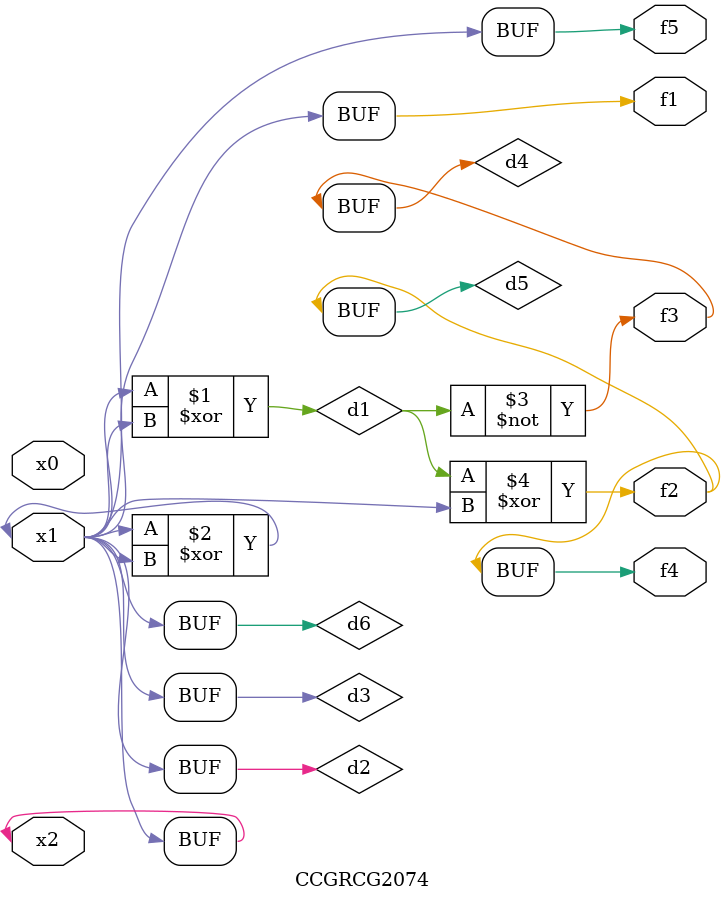
<source format=v>
module CCGRCG2074(
	input x0, x1, x2,
	output f1, f2, f3, f4, f5
);

	wire d1, d2, d3, d4, d5, d6;

	xor (d1, x1, x2);
	buf (d2, x1, x2);
	xor (d3, x1, x2);
	nor (d4, d1);
	xor (d5, d1, d2);
	buf (d6, d2, d3);
	assign f1 = d6;
	assign f2 = d5;
	assign f3 = d4;
	assign f4 = d5;
	assign f5 = d6;
endmodule

</source>
